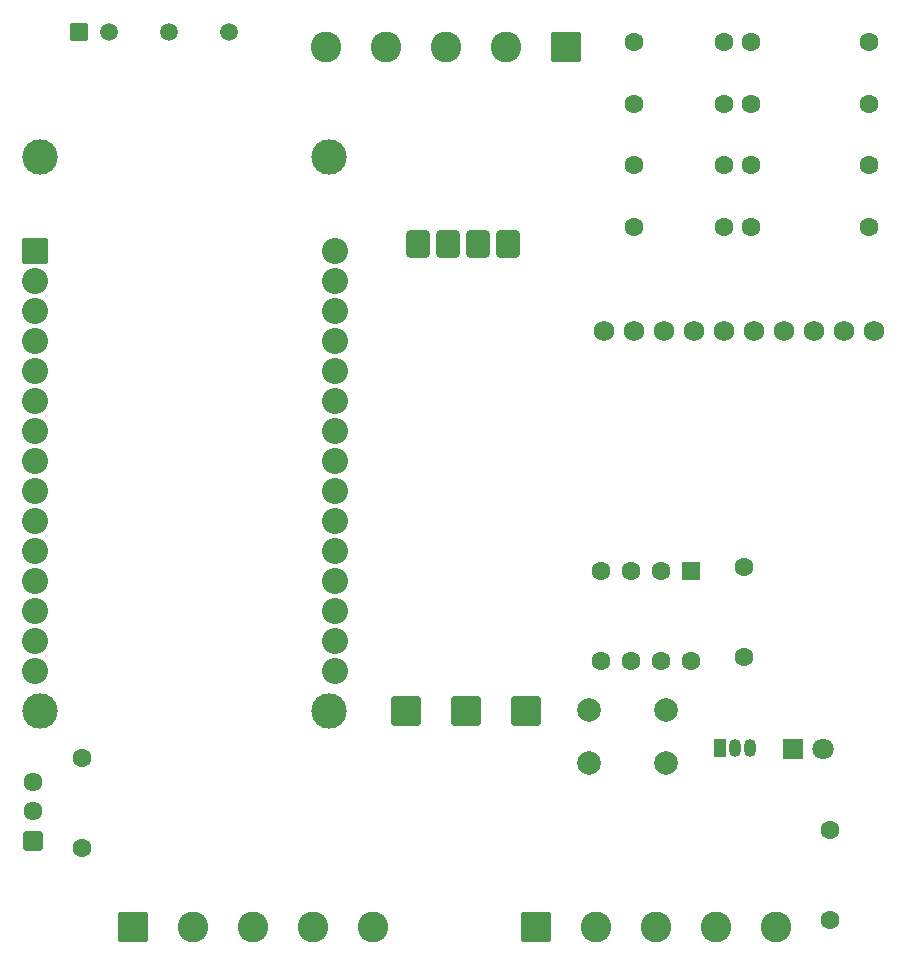
<source format=gbr>
%TF.GenerationSoftware,KiCad,Pcbnew,9.0.3*%
%TF.CreationDate,2026-01-26T07:38:29-05:00*%
%TF.ProjectId,SLAVE_PRESSURE,534c4156-455f-4505-9245-53535552452e,rev?*%
%TF.SameCoordinates,Original*%
%TF.FileFunction,Soldermask,Bot*%
%TF.FilePolarity,Negative*%
%FSLAX46Y46*%
G04 Gerber Fmt 4.6, Leading zero omitted, Abs format (unit mm)*
G04 Created by KiCad (PCBNEW 9.0.3) date 2026-01-26 07:38:29*
%MOMM*%
%LPD*%
G01*
G04 APERTURE LIST*
G04 Aperture macros list*
%AMRoundRect*
0 Rectangle with rounded corners*
0 $1 Rounding radius*
0 $2 $3 $4 $5 $6 $7 $8 $9 X,Y pos of 4 corners*
0 Add a 4 corners polygon primitive as box body*
4,1,4,$2,$3,$4,$5,$6,$7,$8,$9,$2,$3,0*
0 Add four circle primitives for the rounded corners*
1,1,$1+$1,$2,$3*
1,1,$1+$1,$4,$5*
1,1,$1+$1,$6,$7*
1,1,$1+$1,$8,$9*
0 Add four rect primitives between the rounded corners*
20,1,$1+$1,$2,$3,$4,$5,0*
20,1,$1+$1,$4,$5,$6,$7,0*
20,1,$1+$1,$6,$7,$8,$9,0*
20,1,$1+$1,$8,$9,$2,$3,0*%
G04 Aperture macros list end*
%ADD10C,1.728000*%
%ADD11R,1.050000X1.500000*%
%ADD12O,1.050000X1.500000*%
%ADD13C,1.600000*%
%ADD14RoundRect,0.102000X-0.644000X-0.644000X0.644000X-0.644000X0.644000X0.644000X-0.644000X0.644000X0*%
%ADD15C,1.492000*%
%ADD16RoundRect,0.250000X-0.750000X0.900000X-0.750000X-0.900000X0.750000X-0.900000X0.750000X0.900000X0*%
%ADD17RoundRect,0.250000X-1.020000X1.020000X-1.020000X-1.020000X1.020000X-1.020000X1.020000X1.020000X0*%
%ADD18R,1.800000X1.800000*%
%ADD19C,1.800000*%
%ADD20C,2.000000*%
%ADD21RoundRect,0.250000X-1.050000X-1.050000X1.050000X-1.050000X1.050000X1.050000X-1.050000X1.050000X0*%
%ADD22C,2.600000*%
%ADD23RoundRect,0.250000X-0.550000X0.550000X-0.550000X-0.550000X0.550000X-0.550000X0.550000X0.550000X0*%
%ADD24C,3.000000*%
%ADD25RoundRect,0.102000X-1.000000X-1.000000X1.000000X-1.000000X1.000000X1.000000X-1.000000X1.000000X0*%
%ADD26C,2.204000*%
%ADD27RoundRect,0.102000X0.704000X-0.704000X0.704000X0.704000X-0.704000X0.704000X-0.704000X-0.704000X0*%
%ADD28C,1.612000*%
%ADD29RoundRect,0.250000X1.050000X1.050000X-1.050000X1.050000X-1.050000X-1.050000X1.050000X-1.050000X0*%
G04 APERTURE END LIST*
D10*
%TO.C,U4*%
X141130000Y-77200000D03*
X143670000Y-77200000D03*
X133510000Y-77200000D03*
X146210000Y-77200000D03*
X148750000Y-77200000D03*
X151290000Y-77200000D03*
X153830000Y-77200000D03*
X130970000Y-77200000D03*
X138590000Y-77200000D03*
X136050000Y-77200000D03*
%TD*%
D11*
%TO.C,Q1*%
X140760000Y-112510000D03*
D12*
X142030000Y-112510000D03*
X143300000Y-112510000D03*
%TD*%
D13*
%TO.C,C1*%
X153400000Y-63200000D03*
X143400000Y-63200000D03*
%TD*%
%TO.C,R3*%
X133480000Y-68400000D03*
X141100000Y-68400000D03*
%TD*%
D14*
%TO.C,PS1*%
X86500000Y-51927000D03*
D15*
X89040000Y-51927000D03*
X94120000Y-51927000D03*
X99200000Y-51927000D03*
%TD*%
D13*
%TO.C,R1*%
X86800000Y-113390000D03*
X86800000Y-121010000D03*
%TD*%
D16*
%TO.C,U10*%
X122850000Y-69850000D03*
X120310000Y-69850000D03*
X117770000Y-69850000D03*
X115230000Y-69850000D03*
D17*
X124350000Y-109450000D03*
X119270000Y-109450000D03*
X114190000Y-109450000D03*
%TD*%
D18*
%TO.C,D7*%
X146960000Y-112600000D03*
D19*
X149500000Y-112600000D03*
%TD*%
D13*
%TO.C,R52*%
X142800000Y-104800000D03*
X142800000Y-97180000D03*
%TD*%
%TO.C,R51*%
X150100000Y-127110000D03*
X150100000Y-119490000D03*
%TD*%
%TO.C,R8*%
X133480000Y-58000000D03*
X141100000Y-58000000D03*
%TD*%
%TO.C,C4*%
X153400000Y-52800000D03*
X143400000Y-52800000D03*
%TD*%
%TO.C,C3*%
X153400000Y-68400000D03*
X143400000Y-68400000D03*
%TD*%
D20*
%TO.C,SW2*%
X129700000Y-109350000D03*
X136200000Y-109350000D03*
X129700000Y-113850000D03*
X136200000Y-113850000D03*
%TD*%
D21*
%TO.C,MODBUS_OUT*%
X91090000Y-127672500D03*
D22*
X96170000Y-127672500D03*
X101250000Y-127672500D03*
X106330000Y-127672500D03*
X111410000Y-127672500D03*
%TD*%
D13*
%TO.C,R9*%
X133480000Y-52800000D03*
X141100000Y-52800000D03*
%TD*%
%TO.C,C2*%
X153400000Y-58000000D03*
X143400000Y-58000000D03*
%TD*%
D23*
%TO.C,SW1*%
X138297500Y-97532500D03*
D13*
X135757500Y-97532500D03*
X133217500Y-97532500D03*
X130677500Y-97532500D03*
X130677500Y-105152500D03*
X133217500Y-105152500D03*
X135757500Y-105152500D03*
X138297500Y-105152500D03*
%TD*%
D24*
%TO.C,U3*%
X83170000Y-62475000D03*
X83170000Y-109425000D03*
X107680000Y-62475000D03*
X107680000Y-109425000D03*
D25*
X82750000Y-70435000D03*
D26*
X82750000Y-72975000D03*
X82750000Y-75515000D03*
X82750000Y-78055000D03*
X82750000Y-80595000D03*
X82750000Y-83135000D03*
X82750000Y-85675000D03*
X82750000Y-88215000D03*
X82750000Y-90755000D03*
X82750000Y-93295000D03*
X82750000Y-95835000D03*
X82750000Y-98375000D03*
X82750000Y-100915000D03*
X82750000Y-103455000D03*
X82750000Y-105995000D03*
X108150000Y-105995000D03*
X108150000Y-103455000D03*
X108150000Y-100915000D03*
X108150000Y-98375000D03*
X108150000Y-95835000D03*
X108150000Y-93295000D03*
X108150000Y-90755000D03*
X108150000Y-88215000D03*
X108150000Y-85675000D03*
X108150000Y-83135000D03*
X108150000Y-80595000D03*
X108150000Y-78055000D03*
X108150000Y-75515000D03*
X108150000Y-72975000D03*
X108150000Y-70435000D03*
%TD*%
D21*
%TO.C,MODBUS_IN*%
X125220000Y-127672500D03*
D22*
X130300000Y-127672500D03*
X135380000Y-127672500D03*
X140460000Y-127672500D03*
X145540000Y-127672500D03*
%TD*%
D13*
%TO.C,R7*%
X133480000Y-63200000D03*
X141100000Y-63200000D03*
%TD*%
D27*
%TO.C,S1*%
X82600000Y-120400000D03*
D28*
X82600000Y-117900000D03*
X82600000Y-115400000D03*
%TD*%
D29*
%TO.C,ANALOG_IN*%
X127740000Y-53200000D03*
D22*
X122660000Y-53200000D03*
X117580000Y-53200000D03*
X112500000Y-53200000D03*
X107420000Y-53200000D03*
%TD*%
M02*

</source>
